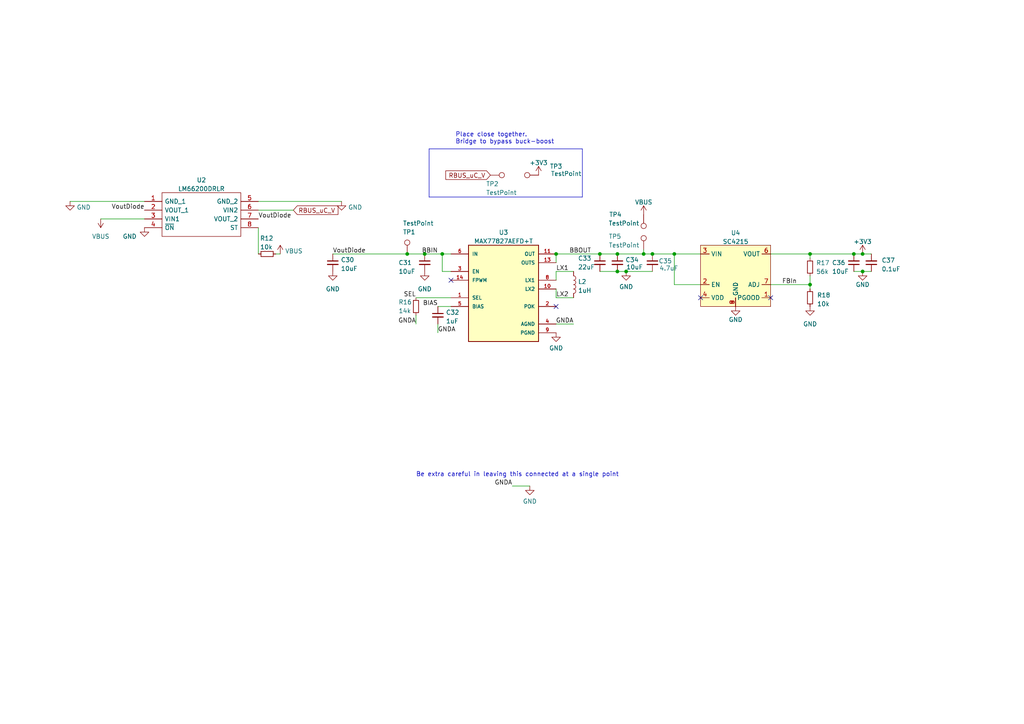
<source format=kicad_sch>
(kicad_sch (version 20231120) (generator "eeschema") (generator_version "8.0")
  (paper "A4")
  (lib_symbols
    (symbol "Connector:TestPoint" (pin_numbers hide) (pin_names (offset 0.762) hide)
      (property "Reference" "TP" (at 0 6.858 0))
      (property "Value" "TestPoint" (at 0 5.08 0))
      (symbol "TestPoint_0_1"
        (circle (center 0 3.302) (radius 0.762))
      )
      (symbol "TestPoint_1_1"
        (pin passive line (at 0 0 90) (length 2.54) (name "1") (number "1"))
      )
    )
    (symbol "Device:C_Small" (pin_numbers hide) (pin_names (offset 0.254) hide)
      (property "Reference" "C" (at 0.254 1.778 0))
      (property "Value" "C_Small" (at 0.254 -2.032 0))
      (symbol "C_Small_0_1"
        (polyline (pts (xy -1.524 -0.508) (xy 1.524 -0.508)) (stroke (width 0.3302)))
        (polyline (pts (xy -1.524 0.508) (xy 1.524 0.508)) (stroke (width 0.3048)))
      )
      (symbol "C_Small_1_1"
        (pin passive line (at 0 2.54 270) (length 2.032) (name "~") (number "1"))
        (pin passive line (at 0 -2.54 90) (length 2.032) (name "~") (number "2"))
      )
    )
    (symbol "Device:L" (pin_numbers hide) (pin_names (offset 1.016) hide)
      (property "Reference" "L" (at -1.27 0 90))
      (property "Value" "L" (at 1.905 0 90))
      (symbol "L_0_1"
        (arc (start 0 -2.54) (mid 0.6323 -1.905) (end 0 -1.27))
        (arc (start 0 -1.27) (mid 0.6323 -0.635) (end 0 0))
        (arc (start 0 0) (mid 0.6323 0.635) (end 0 1.27))
        (arc (start 0 1.27) (mid 0.6323 1.905) (end 0 2.54))
      )
      (symbol "L_1_1"
        (pin passive line (at 0 3.81 270) (length 1.27) (name "1") (number "1"))
        (pin passive line (at 0 -3.81 90) (length 1.27) (name "2") (number "2"))
      )
    )
    (symbol "Device:R_Small" (pin_numbers hide) (pin_names (offset 0.254) hide)
      (property "Reference" "R" (at 0.762 0.508 0))
      (property "Value" "R_Small" (at 0.762 -1.016 0))
      (symbol "R_Small_0_1"
        (rectangle (start -0.762 1.778) (end 0.762 -1.778) (stroke (width 0.2032)))
      )
      (symbol "R_Small_1_1"
        (pin passive line (at 0 2.54 270) (length 0.762) (name "~") (number "1"))
        (pin passive line (at 0 -2.54 90) (length 0.762) (name "~") (number "2"))
      )
    )
    (symbol "iclr:LM66200DRLR" (pin_names (offset 0.762))
      (property "Reference" "U" (at 29.21 7.62 0))
      (property "Value" "LM66200DRLR" (at 29.21 5.08 0))
      (symbol "LM66200DRLR_0_0"
        (pin passive line (at 0 0 0) (length 5.08) (name "GND_1") (number "1"))
        (pin passive line (at 0 -2.54 0) (length 5.08) (name "VOUT_1") (number "2"))
        (pin passive line (at 0 -5.08 0) (length 5.08) (name "VIN1") (number "3"))
        (pin passive line (at 0 -7.62 0) (length 5.08) (name "~{ON}") (number "4"))
        (pin passive line (at 33.02 0 180) (length 5.08) (name "GND_2") (number "5"))
        (pin passive line (at 33.02 -2.54 180) (length 5.08) (name "VIN2") (number "6"))
        (pin passive line (at 33.02 -5.08 180) (length 5.08) (name "VOUT_2") (number "7"))
        (pin passive line (at 33.02 -7.62 180) (length 5.08) (name "ST") (number "8"))
      )
      (symbol "LM66200DRLR_0_1"
        (polyline (pts (xy 5.08 2.54) (xy 27.94 2.54) (xy 27.94 -10.16) (xy 5.08 -10.16) (xy 5.08 2.54)) (stroke (width 0.1524)))
      )
    )
    (symbol "iclr:MAX77827AEFD+T" (pin_names (offset 1.016))
      (property "Reference" "U?" (at -10.16 13.208 0))
      (property "Value" "MAX77827AEFD+T" (at -10.16 -17.78 0))
      (symbol "MAX77827AEFD+T_0_0"
        (rectangle (start -10.16 -15.24) (end 10.16 12.7) (stroke (width 0.254)) (fill (type background)))
        (pin passive line (at -15.24 -2.54 0) (length 5.08) (name "SEL") (number "1"))
        (pin passive line (at 15.24 0 180) (length 5.08) (name "LX2") (number "10"))
        (pin output line (at 15.24 10.16 180) (length 5.08) (name "OUT") (number "11"))
        (pin input line (at 15.24 7.62 180) (length 5.08) (name "OUTS") (number "13"))
        (pin input line (at -15.24 2.54 0) (length 5.08) (name "FPWM") (number "14"))
        (pin output line (at 15.24 -5.08 180) (length 5.08) (name "POK") (number "2"))
        (pin input line (at -15.24 5.08 0) (length 5.08) (name "EN") (number "3"))
        (pin power_in line (at 15.24 -10.16 180) (length 5.08) (name "AGND") (number "4"))
        (pin passive line (at -15.24 -5.08 0) (length 5.08) (name "BIAS") (number "5"))
        (pin input line (at -15.24 10.16 0) (length 5.08) (name "IN") (number "6"))
        (pin passive line (at 15.24 2.54 180) (length 5.08) (name "LX1") (number "8"))
        (pin power_in line (at 15.24 -12.7 180) (length 5.08) (name "PGND") (number "9"))
      )
    )
    (symbol "iclr:RT9025-25GSP"
      (property "Reference" "U6" (at 0 4.8428 0))
      (property "Value" "RT9025-25GSP" (at 0 2.3059 0))
      (symbol "RT9025-25GSP_1_1"
        (rectangle (start -10.16 1.27) (end 10.16 -16.51) (fill (type background)))
        (pin output line (at 10.16 -13.97 180) (length 2.54) (name "PGOOD") (number "1"))
        (pin input line (at -10.16 -10.16 0) (length 2.54) (name "EN") (number "2"))
        (pin input line (at -10.16 -1.27 0) (length 2.54) (name "VIN") (number "3"))
        (pin input line (at -10.16 -13.97 0) (length 2.54) (name "VDD") (number "4"))
        (pin output line (at 10.16 -1.27 180) (length 2.54) (name "VOUT") (number "6"))
        (pin input line (at 10.16 -10.16 180) (length 2.54) (name "ADJ") (number "7"))
        (pin input line (at 0 -16.51 90) (length 2.54) (name "GND") (number "8"))
        (pin input line (at 0 -16.51 90) (length 2.54) (name "GND") (number "9"))
      )
    )
    (symbol "power:+3.3V" (power) (pin_names (offset 0))
      (property "Value" "+3.3V" (at 0 3.556 0))
      (symbol "+3.3V_0_1"
        (polyline (pts (xy -0.762 1.27) (xy 0 2.54)))
        (polyline (pts (xy 0 0) (xy 0 2.54)))
        (polyline (pts (xy 0 2.54) (xy 0.762 1.27)))
      )
      (symbol "+3.3V_1_1"
        (pin power_in line (at 0 0 90) (length 0) hide (name "+3V3") (number "1"))
      )
    )
    (symbol "power:GND" (power) (pin_names (offset 0))
      (property "Value" "GND" (at 0 -3.81 0))
      (symbol "GND_0_1"
        (polyline (pts (xy 0 0) (xy 0 -1.27) (xy 1.27 -1.27) (xy 0 -2.54) (xy -1.27 -1.27) (xy 0 -1.27)))
      )
      (symbol "GND_1_1"
        (pin power_in line (at 0 0 270) (length 0) hide (name "GND") (number "1"))
      )
    )
    (symbol "power:VBUS" (power) (pin_names (offset 0))
      (property "Value" "VBUS" (at 0 3.81 0))
      (symbol "VBUS_0_1"
        (polyline (pts (xy -0.762 1.27) (xy 0 2.54)))
        (polyline (pts (xy 0 0) (xy 0 2.54)))
        (polyline (pts (xy 0 2.54) (xy 0.762 1.27)))
      )
      (symbol "VBUS_1_1"
        (pin power_in line (at 0 0 90) (length 0) hide (name "VBUS") (number "1"))
      )
    )
  )
  (junction (at 128.27 73.66))
  (junction (at 250.19 73.66))
  (junction (at 179.07 78.74))
  (junction (at 195.58 73.66))
  (junction (at 179.07 73.66))
  (junction (at 173.99 73.66))
  (junction (at 118.11 73.66))
  (junction (at 234.95 82.55))
  (junction (at 181.61 78.74))
  (junction (at 161.29 73.66))
  (junction (at 250.19 78.74))
  (junction (at 189.23 73.66))
  (junction (at 186.69 73.66))
  (junction (at 247.65 73.66))
  (junction (at 123.19 73.66))
  (junction (at 234.95 73.66))
  (no_connect (at 203.2 86.36))
  (no_connect (at 223.52 86.36))
  (no_connect (at 161.29 88.9))
  (no_connect (at 130.81 81.28))
  (wire (pts (xy 161.29 81.28) (xy 161.29 78.74)))
  (polyline (pts (xy 124.46 43.18) (xy 168.91 43.18)))
  (wire (pts (xy 74.93 73.66) (xy 74.93 66.04)))
  (wire (pts (xy 173.99 73.66) (xy 179.07 73.66)))
  (wire (pts (xy 250.19 78.74) (xy 252.73 78.74)))
  (wire (pts (xy 161.29 76.2) (xy 161.29 73.66)))
  (wire (pts (xy 128.27 78.74) (xy 130.81 78.74)))
  (wire (pts (xy 234.95 80.01) (xy 234.95 82.55)))
  (wire (pts (xy 234.95 82.55) (xy 234.95 83.82)))
  (wire (pts (xy 250.19 73.66) (xy 247.65 73.66)))
  (wire (pts (xy 234.95 73.66) (xy 247.65 73.66)))
  (wire (pts (xy 161.29 86.36) (xy 161.29 83.82)))
  (wire (pts (xy 127 96.52) (xy 127 93.98)))
  (wire (pts (xy 250.19 73.66) (xy 252.73 73.66)))
  (wire (pts (xy 179.07 73.66) (xy 186.69 73.66)))
  (wire (pts (xy 81.28 73.66) (xy 80.01 73.66)))
  (wire (pts (xy 29.21 63.5) (xy 41.91 63.5)))
  (wire (pts (xy 186.69 73.66) (xy 189.23 73.66)))
  (wire (pts (xy 99.06 58.42) (xy 74.93 58.42)))
  (wire (pts (xy 195.58 73.66) (xy 203.2 73.66)))
  (wire (pts (xy 181.61 78.74) (xy 179.07 78.74)))
  (wire (pts (xy 247.65 78.74) (xy 250.19 78.74)))
  (wire (pts (xy 161.29 93.98) (xy 166.37 93.98)))
  (wire (pts (xy 148.59 140.97) (xy 153.67 140.97)))
  (wire (pts (xy 96.52 73.66) (xy 118.11 73.66)))
  (wire (pts (xy 223.52 73.66) (xy 234.95 73.66)))
  (wire (pts (xy 195.58 73.66) (xy 195.58 82.55)))
  (wire (pts (xy 128.27 73.66) (xy 130.81 73.66)))
  (wire (pts (xy 195.58 82.55) (xy 203.2 82.55)))
  (wire (pts (xy 189.23 73.66) (xy 195.58 73.66)))
  (wire (pts (xy 120.65 86.36) (xy 130.81 86.36)))
  (wire (pts (xy 123.19 73.66) (xy 128.27 73.66)))
  (wire (pts (xy 127 88.9) (xy 130.81 88.9)))
  (wire (pts (xy 166.37 86.36) (xy 161.29 86.36)))
  (polyline (pts (xy 168.91 43.18) (xy 168.91 57.15)))
  (wire (pts (xy 161.29 78.74) (xy 166.37 78.74)))
  (wire (pts (xy 128.27 73.66) (xy 128.27 78.74)))
  (polyline (pts (xy 168.91 57.15) (xy 124.46 57.15)))
  (wire (pts (xy 20.32 58.42) (xy 41.91 58.42)))
  (wire (pts (xy 85.09 60.96) (xy 74.93 60.96)))
  (polyline (pts (xy 124.46 43.18) (xy 124.46 57.15)))
  (wire (pts (xy 186.69 72.39) (xy 186.69 73.66)))
  (wire (pts (xy 223.52 82.55) (xy 234.95 82.55)))
  (wire (pts (xy 234.95 73.66) (xy 234.95 74.93)))
  (wire (pts (xy 161.29 73.66) (xy 173.99 73.66)))
  (wire (pts (xy 120.65 93.98) (xy 120.65 91.44)))
  (wire (pts (xy 173.99 78.74) (xy 179.07 78.74)))
  (wire (pts (xy 181.61 78.74) (xy 189.23 78.74)))
  (wire (pts (xy 118.11 73.66) (xy 123.19 73.66)))
  (text "Be extra careful in leaving this connected at a single point\n" (at 120.65 138.43 0) (effects (font (size 1.27 1.27)) (justify left bottom)))
  (text "Place close together.\nBridge to bypass buck-boost\n" (at 132.08 41.91 0) (effects (font (size 1.27 1.27)) (justify left bottom)))
  (label "LX1" (at 161.29 78.74 0))
  (label "VoutDiode" (at 74.93 63.5 0))
  (label "BIAS" (at 127 88.9 180))
  (label "VoutDiode" (at 41.91 60.96 180))
  (label "BBIN" (at 127 73.66 180))
  (label "LX2" (at 161.29 86.36 0))
  (label "GNDA" (at 148.59 140.97 180))
  (label "FBIn" (at 231.14 82.55 180))
  (label "SEL" (at 120.65 86.36 180))
  (label "VoutDiode" (at 96.52 73.66 0))
  (label "GNDA" (at 127 96.52 0))
  (label "GNDA" (at 166.37 93.98 180))
  (label "BBOUT" (at 165.1 73.66 0))
  (label "GNDA" (at 120.65 93.98 180))
  (global_label "RBUS_uC_V" (shape input) (at 85.09 60.96 0) (property "Intersheetrefs" "${INTERSHEET_REFS}" (effects (hide yes))))
  (global_label "RBUS_uC_V" (shape input) (at 142.24 50.8 180) (property "Intersheetrefs" "${INTERSHEET_REFS}" (effects (hide yes))))
  (symbol (lib_id "power:GND") (at 181.61 78.74 0) (unit 1)
    (property "Reference" "#PWR038" (effects (hide yes)))
    (property "Value" "GND" (at 181.61 83.1834 0))
  )
  (symbol (lib_id "power:GND") (at 161.29 96.52 0) (unit 1)
    (property "Reference" "#PWR037" (effects (hide yes)))
    (property "Value" "GND" (at 161.29 100.9634 0))
  )
  (symbol (lib_id "power:GND") (at 153.67 140.97 0) (unit 1)
    (property "Reference" "#PWR035" (effects (hide yes)))
    (property "Value" "GND" (at 153.67 145.4134 0))
  )
  (symbol (lib_id "power:VBUS") (at 186.69 62.23 0) (unit 1)
    (property "Reference" "#PWR039" (effects (hide yes)))
    (property "Value" "VBUS" (at 186.69 58.6542 0))
  )
  (symbol (lib_id "power:GND") (at 123.19 78.74 0) (unit 1)
    (property "Reference" "#PWR034" (effects (hide yes)))
    (property "Value" "GND" (at 123.19 83.82 0))
  )
  (symbol (lib_id "power:GND") (at 41.91 66.04 0) (unit 1)
    (property "Reference" "#PWR030" (effects (hide yes)))
    (property "Value" "GND" (at 35.56 68.58 0) (effects (justify left)))
  )
  (symbol (lib_id "Connector:TestPoint") (at 156.21 50.8 90) (unit 1)
    (property "Reference" "TP3" (at 161.29 48.26 90))
    (property "Value" "TestPoint" (at 164.211 50.3616 90))
    (property "Footprint" "TestPoint:TestPoint_Pad_D1.5mm" (effects (hide yes)))
  )
  (symbol (lib_id "power:GND") (at 213.36 88.9 0) (unit 1)
    (property "Reference" "#PWR040" (effects (hide yes)))
    (property "Value" "GND" (at 213.36 92.71 0))
  )
  (symbol (lib_id "Device:C_Small") (at 189.23 76.2 0) (unit 1)
    (property "Reference" "C35" (at 191.0136 75.7068 0) (effects (justify left)))
    (property "Value" "4.7uF" (at 191.2295 77.8052 0) (effects (justify left)))
    (property "Footprint" "Capacitor_SMD:C_0402_1005Metric" (effects (hide yes)))
  )
  (symbol (lib_id "power:GND") (at 99.06 58.42 0) (unit 1)
    (property "Reference" "#PWR033" (effects (hide yes)))
    (property "Value" "GND" (at 100.965 60.1238 0) (effects (justify left)))
  )
  (symbol (lib_id "Connector:TestPoint") (at 186.69 62.23 180) (unit 1)
    (property "Reference" "TP4" (at 180.34 62.23 0) (effects (justify left)))
    (property "Value" "TestPoint" (at 185.42 64.7669 0) (effects (justify left)))
    (property "Footprint" "TestPoint:TestPoint_Pad_D1.5mm" (effects (hide yes)))
  )
  (symbol (lib_id "power:VBUS") (at 29.21 63.5 180) (unit 1)
    (property "Reference" "#PWR022" (effects (hide yes)))
    (property "Value" "VBUS" (at 29.21 68.58 0))
  )
  (symbol (lib_id "Device:R_Small") (at 234.95 86.36 0) (unit 1)
    (property "Reference" "R18" (at 236.964 85.6097 0) (effects (justify left)))
    (property "Value" "10k" (at 236.964 88.1497 0) (effects (justify left)))
    (property "Footprint" "Resistor_SMD:R_0402_1005Metric" (effects (hide yes)))
  )
  (symbol (lib_id "Device:R_Small") (at 234.95 77.47 0) (unit 1)
    (property "Reference" "R17" (at 236.7067 76.2405 0) (effects (justify left)))
    (property "Value" "56k" (at 236.7067 78.7805 0) (effects (justify left)))
    (property "Footprint" "Resistor_SMD:R_0402_1005Metric" (effects (hide yes)))
  )
  (symbol (lib_id "Device:C_Small") (at 252.73 76.2 180) (unit 1)
    (property "Reference" "C37" (at 255.6883 75.5054 0) (effects (justify right)))
    (property "Value" "0.1uF" (at 255.6883 78.0454 0) (effects (justify right)))
    (property "Footprint" "Capacitor_SMD:C_0402_1005Metric" (effects (hide yes)))
  )
  (symbol (lib_id "Device:C_Small") (at 247.65 76.2 180) (unit 1)
    (property "Reference" "C36" (at 241.3 76.2 0) (effects (justify right)))
    (property "Value" "10uF" (at 241.3 78.74 0) (effects (justify right)))
    (property "Footprint" "Capacitor_SMD:C_0402_1005Metric" (effects (hide yes)))
  )
  (symbol (lib_id "Connector:TestPoint") (at 142.24 50.8 270) (unit 1)
    (property "Reference" "TP2" (at 140.97 53.34 90) (effects (justify left)))
    (property "Value" "TestPoint" (at 140.97 55.8769 90) (effects (justify left)))
    (property "Footprint" "TestPoint:TestPoint_Pad_D1.5mm" (effects (hide yes)))
  )
  (symbol (lib_id "Device:C_Small") (at 173.99 76.2 0) (unit 1)
    (property "Reference" "C33" (at 167.64 74.9331 0) (effects (justify left)))
    (property "Value" "22uF" (at 167.64 77.47 0) (effects (justify left)))
    (property "Footprint" "Capacitor_SMD:C_0603_1608Metric" (effects (hide yes)))
  )
  (symbol (lib_id "power:+3.3V") (at 250.19 73.66 0) (unit 1)
    (property "Reference" "#PWR042" (effects (hide yes)))
    (property "Value" "+3V3" (at 250.19 70.0842 0))
  )
  (symbol (lib_id "power:GND") (at 96.52 78.74 0) (unit 1)
    (property "Reference" "#PWR032" (effects (hide yes)))
    (property "Value" "GND" (at 96.52 83.82 0))
  )
  (symbol (lib_id "power:+3.3V") (at 156.21 50.8 0) (unit 1)
    (property "Reference" "#PWR036" (effects (hide yes)))
    (property "Value" "+3V3" (at 156.21 47.2242 0))
  )
  (symbol (lib_id "Connector:TestPoint") (at 186.69 72.39 0) (unit 1)
    (property "Reference" "TP5" (at 176.53 68.58 0) (effects (justify left)))
    (property "Value" "TestPoint" (at 176.53 71.1169 0) (effects (justify left)))
    (property "Footprint" "TestPoint:TestPoint_Pad_D1.5mm" (effects (hide yes)))
  )
  (symbol (lib_id "Device:L") (at 166.37 82.55 0) (unit 1)
    (property "Reference" "L2" (at 167.64 81.7153 0) (effects (justify left)))
    (property "Value" "1uH" (at 167.64 84.2522 0) (effects (justify left)))
    (property "Footprint" "Inductor_SMD:L_0805_2012Metric" (effects (hide yes)))
  )
  (symbol (lib_id "Device:C_Small") (at 123.19 76.2 0) (unit 1)
    (property "Reference" "C31" (at 115.57 76.2 0) (effects (justify left)))
    (property "Value" "10uF" (at 115.57 78.7369 0) (effects (justify left)))
    (property "Footprint" "Capacitor_SMD:C_0603_1608Metric" (effects (hide yes)))
  )
  (symbol (lib_id "power:GND") (at 20.32 58.42 0) (unit 1)
    (property "Reference" "#PWR020" (effects (hide yes)))
    (property "Value" "GND" (at 22.225 60.1238 0) (effects (justify left)))
  )
  (symbol (lib_id "iclr:LM66200DRLR") (at 41.91 58.42 0) (unit 1)
    (property "Reference" "U2" (at 58.42 52.231 0))
    (property "Value" "LM66200DRLR" (at 58.42 54.7679 0))
    (property "Footprint" "iclr:SOTFL50P160X60-8N" (effects (hide yes)))
    (property "Datasheet" "https://www.ti.com/lit/gpn/lm66200" (effects (hide yes)))
    (property "Description" "1.6-V to 5.5-V, 40-m, 2.5-A, low-IQ, dual ideal diode" (effects (hide yes)))
    (property "Height" "0.6" (effects (hide yes)))
    (property "Manufacturer_Name" "Texas Instruments" (effects (hide yes)))
    (property "Manufacturer_Part_Number" "LM66200DRLR" (effects (hide yes)))
    (property "Mouser Part Number" "595-LM66200DRLR" (effects (hide yes)))
    (property "Mouser Price/Stock" "https://www.mouser.co.uk/ProductDetail/Texas-Instruments/LM66200DRLR?qs=Rp5uXu7WBW90hnpZAkIOdQ%3D%3D" (effects (hide yes)))
    (property "Arrow Part Number" "LM66200DRLR" (effects (hide yes)))
    (property "Arrow Price/Stock" "https://www.arrow.com/en/products/lm66200drlr/texas-instruments?region=nac" (effects (hide yes)))
  )
  (symbol (lib_id "Device:C_Small") (at 179.07 76.2 0) (unit 1)
    (property "Reference" "C34" (at 181.3941 75.3716 0) (effects (justify left)))
    (property "Value" "10uF" (at 181.61 77.47 0) (effects (justify left)))
    (property "Footprint" "Capacitor_SMD:C_0402_1005Metric" (effects (hide yes)))
  )
  (symbol (lib_id "iclr:MAX77827AEFD+T") (at 146.05 83.82 0) (unit 1)
    (property "Reference" "U3" (at 146.05 67.4202 0))
    (property "Value" "MAX77827AEFD+T" (at 146.05 69.9571 0))
    (property "Footprint" "iclr:CONV_MAX77827AEFD+T" (effects (hide yes)))
    (property "MANUFACTURER" "Maxim Integrated" (effects (hide yes)))
    (property "MAXIMUM_PACKAGE_HEIGHT" "0.6mm" (effects (hide yes)))
    (property "PARTREV" "B" (effects (hide yes)))
    (property "STANDARD" "Manufacturer Recommended" (effects (hide yes)))
  )
  (symbol (lib_id "power:GND") (at 250.19 78.74 0) (unit 1)
    (property "Reference" "#PWR043" (effects (hide yes)))
    (property "Value" "GND" (at 250.19 82.55 0))
  )
  (symbol (lib_id "Device:R_Small") (at 77.47 73.66 270) (unit 1)
    (property "Reference" "R12" (at 75.4011 69.1179 90) (effects (justify left)))
    (property "Value" "10k" (at 75.4011 71.6579 90) (effects (justify left)))
    (property "Footprint" "Resistor_SMD:R_0402_1005Metric" (effects (hide yes)))
  )
  (symbol (lib_id "Device:C_Small") (at 127 91.44 0) (unit 1)
    (property "Reference" "C32" (at 129.3241 90.6116 0) (effects (justify left)))
    (property "Value" "1uF" (at 129.3241 93.1485 0) (effects (justify left)))
    (property "Footprint" "Capacitor_SMD:C_0402_1005Metric" (effects (hide yes)))
  )
  (symbol (lib_id "Device:R_Small") (at 120.65 88.9 0) (unit 1)
    (property "Reference" "R16" (at 115.57 87.63 0) (effects (justify left)))
    (property "Value" "14k" (at 115.57 90.1669 0) (effects (justify left)))
    (property "Footprint" "Resistor_SMD:R_0402_1005Metric" (effects (hide yes)))
  )
  (symbol (lib_id "iclr:RT9025-25GSP") (at 213.36 72.39 0) (unit 1)
    (property "Reference" "U4" (at 213.36 67.5472 0))
    (property "Value" "SC4215" (at 213.36 70.0841 0))
    (property "Footprint" "iclr:SOIC127P599X175-9N" (effects (hide yes)))
  )
  (symbol (lib_id "power:VBUS") (at 81.28 73.66 0) (unit 1)
    (property "Reference" "#PWR031" (effects (hide yes)))
    (property "Value" "VBUS" (at 82.677 72.8238 0) (effects (justify left)))
  )
  (symbol (lib_id "Device:C_Small") (at 96.52 76.2 0) (unit 1)
    (property "Reference" "C30" (at 98.8441 75.3716 0) (effects (justify left)))
    (property "Value" "10uF" (at 98.8441 77.9085 0) (effects (justify left)))
    (property "Footprint" "Capacitor_SMD:C_0402_1005Metric" (effects (hide yes)))
  )
  (symbol (lib_id "Connector:TestPoint") (at 118.11 73.66 0) (unit 1)
    (property "Reference" "TP1" (at 116.84 67.31 0) (effects (justify left)))
    (property "Value" "TestPoint" (at 116.84 64.7731 0) (effects (justify left)))
    (property "Footprint" "TestPoint:TestPoint_Pad_D1.5mm" (effects (hide yes)))
  )
  (symbol (lib_id "power:GND") (at 234.95 88.9 0) (unit 1)
    (property "Reference" "#PWR041" (effects (hide yes)))
    (property "Value" "GND" (at 234.95 93.98 0))
  )
)
</source>
